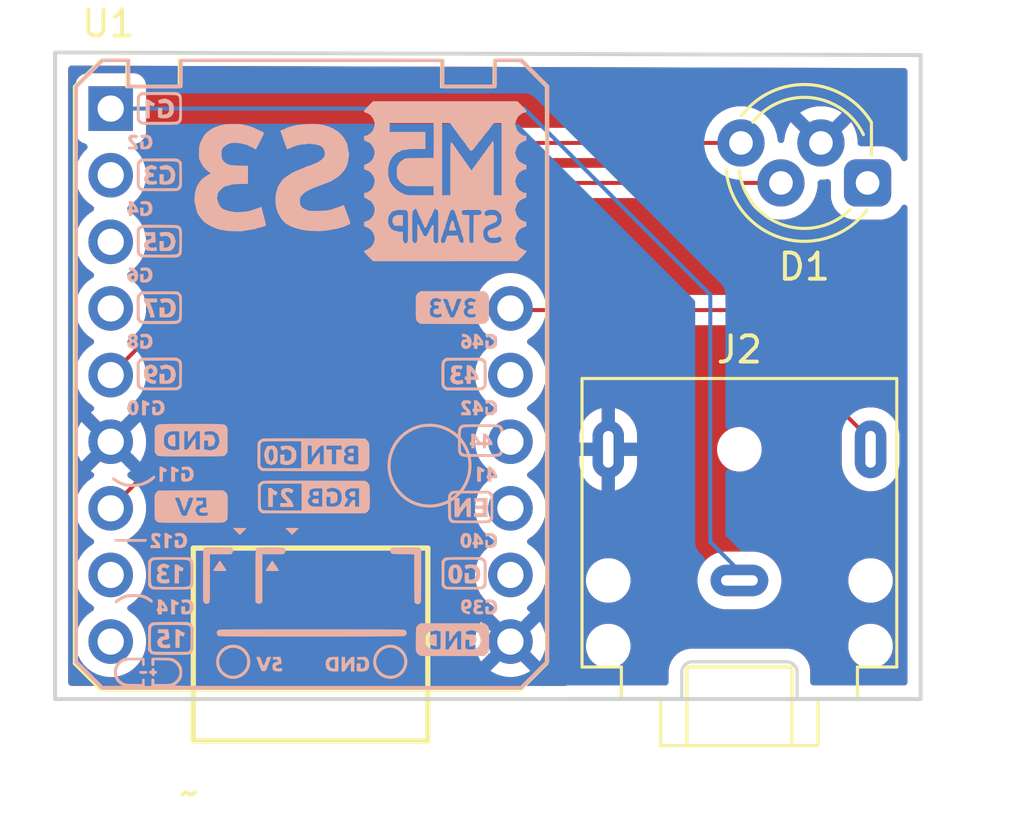
<source format=kicad_pcb>
(kicad_pcb (version 20241229) (generator "pcbnew") (generator_version "9.0")
  (title_block (comment 4 "AISLER Project ID: CIGYZTGM"))
  (layers (0 "F.Cu" signal) (2 "B.Cu" signal) (13 "F.Paste" user) (15 "B.Paste" user) (5 "F.SilkS" user "F.Silkscreen") (7 "B.SilkS" user "B.Silkscreen") (1 "F.Mask" user) (3 "B.Mask" user) (25 "Edge.Cuts" user))
  (net 0 "")
  (net 10 "Net-(U1-A1CH0{slash}TCH1{slash}GPIO1)")
  (net 11 "Net-(D1-DI)")
  (net 12 "GND")
  (net 14 "+5V")
  (net 15 "+3.3V")
  (footprint "m5stamp:STAMP-S3-2_54-DIP" (layer "F.Cu") (at 78.74 80.95)
    (property "Reference" "U1" (at -8.8088 -12.8168 0) (layer "F.SilkS") (effects (justify left bottom)))
    (property "Value" "~" (at -5.08 16.51 0) (layer "F.SilkS") (effects (justify left bottom)))
    (pad "1" thru_hole rect (at -7.62 -10.160003) (size 1.7 1.7) (drill 1) (layers "*.Cu" "*.Mask") (net 10 "Net-(U1-A1CH0{slash}TCH1{slash}GPIO1)"))
    (pad "3" thru_hole circle (at -7.62 -7.619998) (size 1.7 1.7) (drill 1) (layers "*.Cu" "*.Mask"))
    (pad "5" thru_hole circle (at -7.62 -5.08) (size 1.7 1.7) (drill 1) (layers "*.Cu" "*.Mask"))
    (pad "7" thru_hole circle (at -7.62 -2.54) (size 1.7 1.7) (drill 1) (layers "*.Cu" "*.Mask"))
    (pad "9" thru_hole circle (at -7.62 0.000002) (size 1.7 1.7) (drill 1) (layers "*.Cu" "*.Mask") (net 11 "Net-(D1-DI)"))
    (pad "11" thru_hole circle (at -7.62 2.54) (size 1.7 1.7) (drill 1) (layers "*.Cu" "*.Mask") (net 12 "GND"))
    (pad "13" thru_hole circle (at -7.62 5.08) (size 1.7 1.7) (drill 1) (layers "*.Cu" "*.Mask") (net 14 "+5V"))
    (pad "15" thru_hole circle (at -7.62 7.62) (size 1.7 1.7) (drill 1) (layers "*.Cu" "*.Mask"))
    (pad "17" thru_hole circle (at -7.62 10.16) (size 1.7 1.7) (drill 1) (layers "*.Cu" "*.Mask"))
    (pad "18" thru_hole circle (at 7.62 10.160004 180) (size 1.7 1.7) (drill 1) (layers "*.Cu" "*.Mask") (net 12 "GND"))
    (pad "20" thru_hole circle (at 7.62 7.620004 180) (size 1.7 1.7) (drill 1) (layers "*.Cu" "*.Mask"))
    (pad "22" thru_hole circle (at 7.62 5.080007 180) (size 1.7 1.7) (drill 1) (layers "*.Cu" "*.Mask"))
    (pad "24" thru_hole circle (at 7.62 2.540004 180) (size 1.7 1.7) (drill 1) (layers "*.Cu" "*.Mask"))
    (pad "26" thru_hole circle (at 7.62 0.000004 180) (size 1.7 1.7) (drill 1) (layers "*.Cu" "*.Mask"))
    (pad "28" thru_hole circle (at 7.62 -2.539996 180) (size 1.7 1.7) (drill 1) (layers "*.Cu" "*.Mask") (net 15 "+3.3V"))
  )
  (footprint "LED_THT:LED_D5.0mm-4_RGB_Staggered_Pins" (layer "F.Cu") (at 99.976 73.624 180)
    (property "Reference" "D1" (at 2.413 -3.198 0) (layer "F.SilkS"))
    (property "Value" "APA-106-F5")
    (pad "1" thru_hole roundrect (at 0 0 180) (size 1.8 1.8) (drill 0.9) (layers "*.Cu" "*.Mask"))
    (pad "2" thru_hole circle (at 1.778 1.524 180) (size 1.8 1.8) (drill 0.9) (layers "*.Cu" "*.Mask") (net 12 "GND"))
    (pad "3" thru_hole circle (at 3.302 0 180) (size 1.8 1.8) (drill 0.9) (layers "*.Cu" "*.Mask") (net 14 "+5V"))
    (pad "4" thru_hole circle (at 4.826 1.524 180) (size 1.8 1.8) (drill 0.9) (layers "*.Cu" "*.Mask") (net 11 "Net-(D1-DI)"))
  )
  (footprint "Connector_Audio:Jack_3.5mm_CUI_SJ1-3523N_Horizontal" (layer "F.Cu") (at 95.09 88.78)
    (property "Reference" "J2" (at 0 -8.8 0) (layer "F.SilkS"))
    (property "Value" "AudioJack2_Ground")
    (fp_line (start -2.2 3.5) (end -2.2 4.5) (stroke (width 0.12)) (layer "Edge.Cuts"))
    (fp_line (start -2.2 4.5) (end -6.5 4.5) (stroke (width 0.12)) (layer "Edge.Cuts"))
    (fp_line (start 1.8 3.1) (end -1.8 3.1) (stroke (width 0.12)) (layer "Edge.Cuts"))
    (fp_line (start 2.2 3.5) (end 2.2 4.5) (stroke (width 0.12)) (layer "Edge.Cuts"))
    (fp_line (start 2.2 4.5) (end 6.5 4.5) (stroke (width 0.12)) (layer "Edge.Cuts"))
    (fp_arc (start -2.2 3.5) (mid -2.082843 3.217158) (end -1.8 3.1) (stroke (width 0.12)) (layer "Edge.Cuts"))
    (fp_arc (start 1.8 3.1) (mid 2.082843 3.217157) (end 2.2 3.5) (stroke (width 0.12)) (layer "Edge.Cuts"))
    (pad "" np_thru_hole circle (at -5 0) (size 1.2 1.2) (drill 1.2) (layers "*.Cu" "*.Mask"))
    (pad "" np_thru_hole circle (at -5 2.5) (size 1.2 1.2) (drill 1.2) (layers "*.Cu" "*.Mask"))
    (pad "" np_thru_hole circle (at 0 -5) (size 1.2 1.2) (drill 1.2) (layers "*.Cu" "*.Mask"))
    (pad "" np_thru_hole circle (at 5 0) (size 1.2 1.2) (drill 1.2) (layers "*.Cu" "*.Mask"))
    (pad "" np_thru_hole circle (at 5 2.5) (size 1.2 1.2) (drill 1.2) (layers "*.Cu" "*.Mask"))
    (pad "G" thru_hole oval (at -5 -5) (size 1.2 2.2) (drill oval 0.4 1.4) (layers "*.Cu" "*.Mask") (net 12 "GND"))
    (pad "S" thru_hole oval (at 0 0) (size 2.2 1.2) (drill oval 1.4 0.4) (layers "*.Cu" "*.Mask") (net 10 "Net-(U1-A1CH0{slash}TCH1{slash}GPIO1)"))
    (pad "T" thru_hole oval (at 5 -5 180) (size 1.2 2.2) (drill oval 0.4 1.4) (layers "*.Cu" "*.Mask") (net 15 "+3.3V"))
  )
  (gr_line (start 69 68.65) (end 69 93.3) (stroke (width 0.15)) (layer "Edge.Cuts"))
  (gr_line (start 102 68.75) (end 69 68.65) (stroke (width 0.15)) (layer "Edge.Cuts"))
  (gr_line (start 102 93.3) (end 102 68.75) (stroke (width 0.15)) (layer "Edge.Cuts"))
  (gr_line (start 69 93.3) (end 102 93.3) (stroke (width 0.15)) (layer "Edge.Cuts"))
  (segment (start 86.889997 70.789997) (end 93.98 77.88) (width 0.1524) (layer "B.Cu") (net 10))
  (segment (start 93.98 87.31) (end 95.17 88.5) (width 0.1524) (layer "B.Cu") (net 10))
  (segment (start 93.98 77.88) (end 93.98 87.31) (width 0.1524) (layer "B.Cu") (net 10))
  (segment (start 71.12 70.789997) (end 86.889997 70.789997) (width 0.1524) (layer "B.Cu") (net 10))
  (segment (start 71.12 80.950002) (end 79.970002 72.1) (width 0.1524) (layer "F.Cu") (net 11))
  (segment (start 79.970002 72.1) (end 95.15 72.1) (width 0.1524) (layer "F.Cu") (net 11))
  (segment (start 83.526 73.624) (end 71.12 86.03) (width 0.1524) (layer "F.Cu") (net 14))
  (segment (start 96.674 73.624) (end 83.526 73.624) (width 0.1524) (layer "F.Cu") (net 14))
  (segment (start 71.229998 86.139998) (end 71.12 86.03) (width 0.1524) (layer "F.Cu") (net 14))
  (segment (start 70.709289 86.139998) (end 70.660916 86.091625) (width 0.1524) (layer "F.Cu") (net 14))
  (segment (start 95.141629 78.471629) (end 85.900916 78.471629) (width 0.1524) (layer "F.Cu") (net 15))
  (segment (start 100.17 83.5) (end 95.141629 78.471629) (width 0.1524) (layer "F.Cu") (net 15))
  (zone (net 12) (net_name "GND") (layers "F.Cu" "B.Cu") (connect_pads (clearance 0.5)) (min_thickness 0.25) (fill yes (thermal_gap 0.5) (thermal_bridge_width 0.5))
    (polygon (pts (xy 105.75 66.65) (xy 66.9 66.9) (xy 67.3 96.35) (xy 105.95 96.5)))
  )
)
</source>
